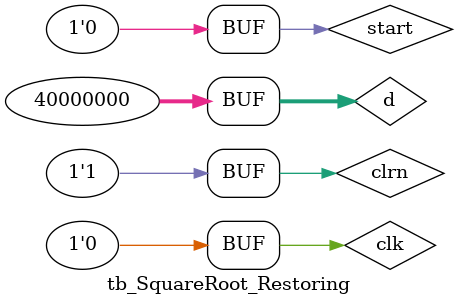
<source format=v>
`timescale 1ns / 1ps

module tb_SquareRoot_Restoring();

    reg clk, clrn;
    reg start;
    reg [31:0] d;
    wire[15:0] q;
    wire[16:0] r;
    wire busy, ready;
    
    SquareRoot_Restoring sqrt(clk, clrn, start, d, q, r, busy, ready);
    
    // Clock
    always begin
       clk = 1'b1;
       #5;
       clk = 1'b0;
       #5;
    end
    
    initial begin
        clrn = 1'b1;
        #10;
        
        d = 32'd40_000_000; // q = 25, r = 5
        #10;
        
        start = 1'b1;
        #10;
        start = 1'b0;      
    end
endmodule

</source>
